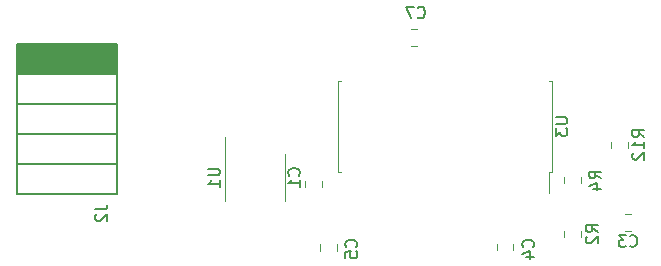
<source format=gbr>
G04 #@! TF.GenerationSoftware,KiCad,Pcbnew,(5.1.4)-1*
G04 #@! TF.CreationDate,2021-07-02T22:09:11-07:00*
G04 #@! TF.ProjectId,RocketPi,526f636b-6574-4506-992e-6b696361645f,rev?*
G04 #@! TF.SameCoordinates,Original*
G04 #@! TF.FileFunction,Legend,Bot*
G04 #@! TF.FilePolarity,Positive*
%FSLAX46Y46*%
G04 Gerber Fmt 4.6, Leading zero omitted, Abs format (unit mm)*
G04 Created by KiCad (PCBNEW (5.1.4)-1) date 2021-07-02 22:09:11*
%MOMM*%
%LPD*%
G04 APERTURE LIST*
%ADD10C,0.120000*%
%ADD11C,0.150000*%
G04 APERTURE END LIST*
D10*
X115825200Y-60357652D02*
X115825200Y-59835148D01*
X117245200Y-60357652D02*
X117245200Y-59835148D01*
X110592800Y-62381600D02*
X110592800Y-64196600D01*
X110837800Y-62381600D02*
X110592800Y-62381600D01*
X110837800Y-58521600D02*
X110837800Y-62381600D01*
X110837800Y-54661600D02*
X110592800Y-54661600D01*
X110837800Y-58521600D02*
X110837800Y-54661600D01*
X92717800Y-62381600D02*
X92962800Y-62381600D01*
X92717800Y-58521600D02*
X92717800Y-62381600D01*
X92717800Y-54661600D02*
X92962800Y-54661600D01*
X92717800Y-58521600D02*
X92717800Y-54661600D01*
X83114200Y-62865000D02*
X83114200Y-59415000D01*
X83114200Y-62865000D02*
X83114200Y-64815000D01*
X88234200Y-62865000D02*
X88234200Y-60915000D01*
X88234200Y-62865000D02*
X88234200Y-64815000D01*
X113282800Y-62848748D02*
X113282800Y-63371252D01*
X111862800Y-62848748D02*
X111862800Y-63371252D01*
X111888200Y-67910452D02*
X111888200Y-67387948D01*
X113308200Y-67910452D02*
X113308200Y-67387948D01*
D11*
G36*
X65557400Y-51612800D02*
G01*
X65557400Y-54051200D01*
X73939400Y-54051200D01*
X73939400Y-51612800D01*
X65557400Y-51612800D01*
G37*
X65557400Y-51612800D02*
X65557400Y-54051200D01*
X73939400Y-54051200D01*
X73939400Y-51612800D01*
X65557400Y-51612800D01*
X74003200Y-54102000D02*
X65503200Y-54102000D01*
X74003200Y-59182000D02*
X65503200Y-59182000D01*
X74003200Y-56642000D02*
X65503200Y-56642000D01*
X74003200Y-61722000D02*
X65503200Y-61722000D01*
X74003200Y-64262000D02*
X65503200Y-64262000D01*
X74003200Y-51562000D02*
X65503200Y-51562000D01*
X65503200Y-51562000D02*
X65503200Y-64262000D01*
X74003200Y-51562000D02*
X74003200Y-64262000D01*
D10*
X98865948Y-50318600D02*
X99388452Y-50318600D01*
X98865948Y-51738600D02*
X99388452Y-51738600D01*
X92607200Y-68530948D02*
X92607200Y-69053452D01*
X91187200Y-68530948D02*
X91187200Y-69053452D01*
X107567800Y-68487548D02*
X107567800Y-69010052D01*
X106147800Y-68487548D02*
X106147800Y-69010052D01*
X117001548Y-65939600D02*
X117524052Y-65939600D01*
X117001548Y-67359600D02*
X117524052Y-67359600D01*
X89917200Y-63676052D02*
X89917200Y-63153548D01*
X91337200Y-63676052D02*
X91337200Y-63153548D01*
D11*
X118637580Y-59453542D02*
X118161390Y-59120209D01*
X118637580Y-58882114D02*
X117637580Y-58882114D01*
X117637580Y-59263066D01*
X117685200Y-59358304D01*
X117732819Y-59405923D01*
X117828057Y-59453542D01*
X117970914Y-59453542D01*
X118066152Y-59405923D01*
X118113771Y-59358304D01*
X118161390Y-59263066D01*
X118161390Y-58882114D01*
X118637580Y-60405923D02*
X118637580Y-59834495D01*
X118637580Y-60120209D02*
X117637580Y-60120209D01*
X117780438Y-60024971D01*
X117875676Y-59929733D01*
X117923295Y-59834495D01*
X117732819Y-60786876D02*
X117685200Y-60834495D01*
X117637580Y-60929733D01*
X117637580Y-61167828D01*
X117685200Y-61263066D01*
X117732819Y-61310685D01*
X117828057Y-61358304D01*
X117923295Y-61358304D01*
X118066152Y-61310685D01*
X118637580Y-60739257D01*
X118637580Y-61358304D01*
X111130180Y-57759695D02*
X111939704Y-57759695D01*
X112034942Y-57807314D01*
X112082561Y-57854933D01*
X112130180Y-57950171D01*
X112130180Y-58140647D01*
X112082561Y-58235885D01*
X112034942Y-58283504D01*
X111939704Y-58331123D01*
X111130180Y-58331123D01*
X111130180Y-58712076D02*
X111130180Y-59331123D01*
X111511133Y-58997790D01*
X111511133Y-59140647D01*
X111558752Y-59235885D01*
X111606371Y-59283504D01*
X111701609Y-59331123D01*
X111939704Y-59331123D01*
X112034942Y-59283504D01*
X112082561Y-59235885D01*
X112130180Y-59140647D01*
X112130180Y-58854933D01*
X112082561Y-58759695D01*
X112034942Y-58712076D01*
X81726580Y-62103095D02*
X82536104Y-62103095D01*
X82631342Y-62150714D01*
X82678961Y-62198333D01*
X82726580Y-62293571D01*
X82726580Y-62484047D01*
X82678961Y-62579285D01*
X82631342Y-62626904D01*
X82536104Y-62674523D01*
X81726580Y-62674523D01*
X82726580Y-63674523D02*
X82726580Y-63103095D01*
X82726580Y-63388809D02*
X81726580Y-63388809D01*
X81869438Y-63293571D01*
X81964676Y-63198333D01*
X82012295Y-63103095D01*
X114980980Y-62943333D02*
X114504790Y-62610000D01*
X114980980Y-62371904D02*
X113980980Y-62371904D01*
X113980980Y-62752857D01*
X114028600Y-62848095D01*
X114076219Y-62895714D01*
X114171457Y-62943333D01*
X114314314Y-62943333D01*
X114409552Y-62895714D01*
X114457171Y-62848095D01*
X114504790Y-62752857D01*
X114504790Y-62371904D01*
X114314314Y-63800476D02*
X114980980Y-63800476D01*
X113933361Y-63562380D02*
X114647647Y-63324285D01*
X114647647Y-63943333D01*
X114700580Y-67482533D02*
X114224390Y-67149200D01*
X114700580Y-66911104D02*
X113700580Y-66911104D01*
X113700580Y-67292057D01*
X113748200Y-67387295D01*
X113795819Y-67434914D01*
X113891057Y-67482533D01*
X114033914Y-67482533D01*
X114129152Y-67434914D01*
X114176771Y-67387295D01*
X114224390Y-67292057D01*
X114224390Y-66911104D01*
X113795819Y-67863485D02*
X113748200Y-67911104D01*
X113700580Y-68006342D01*
X113700580Y-68244438D01*
X113748200Y-68339676D01*
X113795819Y-68387295D01*
X113891057Y-68434914D01*
X113986295Y-68434914D01*
X114129152Y-68387295D01*
X114700580Y-67815866D01*
X114700580Y-68434914D01*
X72172580Y-65554266D02*
X72886866Y-65554266D01*
X73029723Y-65506647D01*
X73124961Y-65411409D01*
X73172580Y-65268552D01*
X73172580Y-65173314D01*
X72267819Y-65982838D02*
X72220200Y-66030457D01*
X72172580Y-66125695D01*
X72172580Y-66363790D01*
X72220200Y-66459028D01*
X72267819Y-66506647D01*
X72363057Y-66554266D01*
X72458295Y-66554266D01*
X72601152Y-66506647D01*
X73172580Y-65935219D01*
X73172580Y-66554266D01*
X99455266Y-49302942D02*
X99502885Y-49350561D01*
X99645742Y-49398180D01*
X99740980Y-49398180D01*
X99883838Y-49350561D01*
X99979076Y-49255323D01*
X100026695Y-49160085D01*
X100074314Y-48969609D01*
X100074314Y-48826752D01*
X100026695Y-48636276D01*
X99979076Y-48541038D01*
X99883838Y-48445800D01*
X99740980Y-48398180D01*
X99645742Y-48398180D01*
X99502885Y-48445800D01*
X99455266Y-48493419D01*
X99121933Y-48398180D02*
X98455266Y-48398180D01*
X98883838Y-49398180D01*
X94235542Y-68743533D02*
X94283161Y-68695914D01*
X94330780Y-68553057D01*
X94330780Y-68457819D01*
X94283161Y-68314961D01*
X94187923Y-68219723D01*
X94092685Y-68172104D01*
X93902209Y-68124485D01*
X93759352Y-68124485D01*
X93568876Y-68172104D01*
X93473638Y-68219723D01*
X93378400Y-68314961D01*
X93330780Y-68457819D01*
X93330780Y-68553057D01*
X93378400Y-68695914D01*
X93426019Y-68743533D01*
X93330780Y-69648295D02*
X93330780Y-69172104D01*
X93806971Y-69124485D01*
X93759352Y-69172104D01*
X93711733Y-69267342D01*
X93711733Y-69505438D01*
X93759352Y-69600676D01*
X93806971Y-69648295D01*
X93902209Y-69695914D01*
X94140304Y-69695914D01*
X94235542Y-69648295D01*
X94283161Y-69600676D01*
X94330780Y-69505438D01*
X94330780Y-69267342D01*
X94283161Y-69172104D01*
X94235542Y-69124485D01*
X109221542Y-68743533D02*
X109269161Y-68695914D01*
X109316780Y-68553057D01*
X109316780Y-68457819D01*
X109269161Y-68314961D01*
X109173923Y-68219723D01*
X109078685Y-68172104D01*
X108888209Y-68124485D01*
X108745352Y-68124485D01*
X108554876Y-68172104D01*
X108459638Y-68219723D01*
X108364400Y-68314961D01*
X108316780Y-68457819D01*
X108316780Y-68553057D01*
X108364400Y-68695914D01*
X108412019Y-68743533D01*
X108650114Y-69600676D02*
X109316780Y-69600676D01*
X108269161Y-69362580D02*
X108983447Y-69124485D01*
X108983447Y-69743533D01*
X117429466Y-68656742D02*
X117477085Y-68704361D01*
X117619942Y-68751980D01*
X117715180Y-68751980D01*
X117858038Y-68704361D01*
X117953276Y-68609123D01*
X118000895Y-68513885D01*
X118048514Y-68323409D01*
X118048514Y-68180552D01*
X118000895Y-67990076D01*
X117953276Y-67894838D01*
X117858038Y-67799600D01*
X117715180Y-67751980D01*
X117619942Y-67751980D01*
X117477085Y-67799600D01*
X117429466Y-67847219D01*
X117096133Y-67751980D02*
X116477085Y-67751980D01*
X116810419Y-68132933D01*
X116667561Y-68132933D01*
X116572323Y-68180552D01*
X116524704Y-68228171D01*
X116477085Y-68323409D01*
X116477085Y-68561504D01*
X116524704Y-68656742D01*
X116572323Y-68704361D01*
X116667561Y-68751980D01*
X116953276Y-68751980D01*
X117048514Y-68704361D01*
X117096133Y-68656742D01*
X89384142Y-62698333D02*
X89431761Y-62650714D01*
X89479380Y-62507857D01*
X89479380Y-62412619D01*
X89431761Y-62269761D01*
X89336523Y-62174523D01*
X89241285Y-62126904D01*
X89050809Y-62079285D01*
X88907952Y-62079285D01*
X88717476Y-62126904D01*
X88622238Y-62174523D01*
X88527000Y-62269761D01*
X88479380Y-62412619D01*
X88479380Y-62507857D01*
X88527000Y-62650714D01*
X88574619Y-62698333D01*
X89479380Y-63650714D02*
X89479380Y-63079285D01*
X89479380Y-63365000D02*
X88479380Y-63365000D01*
X88622238Y-63269761D01*
X88717476Y-63174523D01*
X88765095Y-63079285D01*
M02*

</source>
